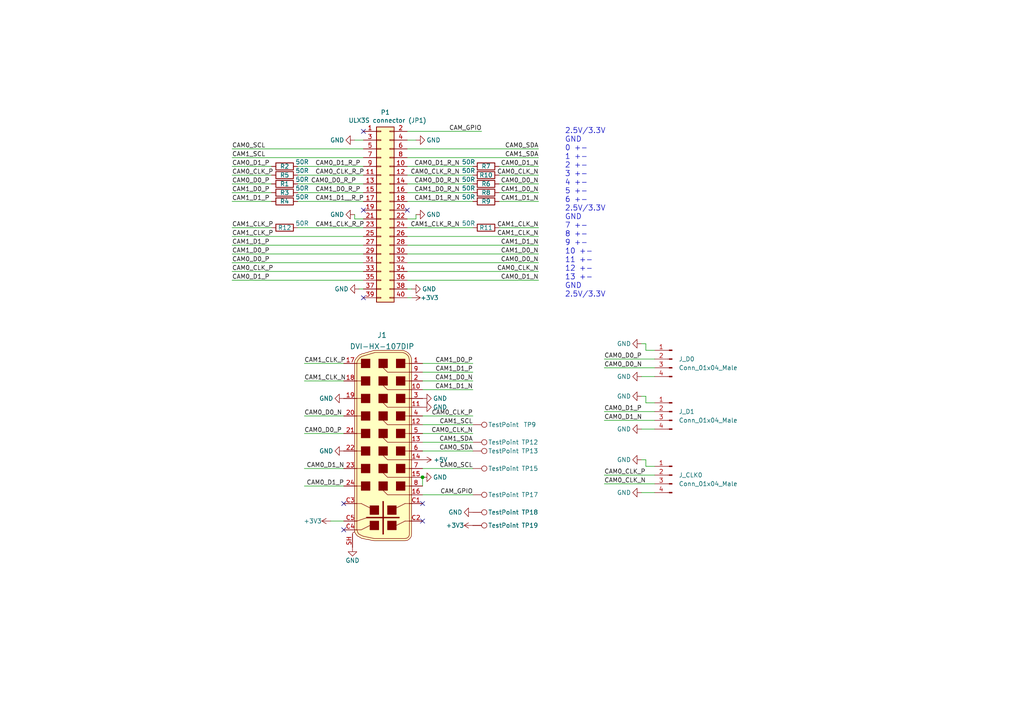
<source format=kicad_sch>
(kicad_sch (version 20211123) (generator eeschema)
  (paper "A4")
  (title_block (date "15 nov 2012"))
  (lib_symbols
    (symbol "Connector:Conn_01x04_Male" (pin_names (offset 1.016) hide)
      (property "Reference" "J" (at 0 5.08 0))
      (property "Value" "Conn_01x04_Male" (at 0 -7.62 0))
      (symbol "Conn_01x04_Male_1_1"
        (polyline (pts (xy 1.27 -5.08) (xy 0.8636 -5.08)) (stroke (width 0.1524)))
        (polyline (pts (xy 1.27 -2.54) (xy 0.8636 -2.54)) (stroke (width 0.1524)))
        (polyline (pts (xy 1.27 0) (xy 0.8636 0)) (stroke (width 0.1524)))
        (polyline (pts (xy 1.27 2.54) (xy 0.8636 2.54)) (stroke (width 0.1524)))
        (rectangle (start 0.8636 -4.953) (end 0 -5.207) (stroke (width 0.1524)) (fill (type outline)))
        (rectangle (start 0.8636 -2.413) (end 0 -2.667) (stroke (width 0.1524)) (fill (type outline)))
        (rectangle (start 0.8636 0.127) (end 0 -0.127) (stroke (width 0.1524)) (fill (type outline)))
        (rectangle (start 0.8636 2.667) (end 0 2.413) (stroke (width 0.1524)) (fill (type outline)))
        (pin passive line (at 5.08 2.54 180) (length 3.81) (name "Pin_1") (number "1"))
        (pin passive line (at 5.08 0 180) (length 3.81) (name "Pin_2") (number "2"))
        (pin passive line (at 5.08 -2.54 180) (length 3.81) (name "Pin_3") (number "3"))
        (pin passive line (at 5.08 -5.08 180) (length 3.81) (name "Pin_4") (number "4"))
      )
    )
    (symbol "Connector:TestPoint" (pin_numbers hide) (pin_names (offset 0.762) hide)
      (property "Reference" "TP" (at 0 6.858 0))
      (property "Value" "TestPoint" (at 0 5.08 0))
      (symbol "TestPoint_0_1"
        (circle (center 0 3.302) (radius 0.762))
      )
      (symbol "TestPoint_1_1"
        (pin passive line (at 0 0 90) (length 2.54) (name "1") (number "1"))
      )
    )
    (symbol "Connector_Generic:Conn_02x20_Odd_Even" (pin_names (offset 1.016) hide)
      (property "Reference" "J" (at 1.27 25.4 0))
      (property "Value" "Conn_02x20_Odd_Even" (at 1.27 -27.94 0))
      (symbol "Conn_02x20_Odd_Even_1_1"
        (rectangle (start -1.27 -25.273) (end 0 -25.527) (stroke (width 0.1524)))
        (rectangle (start -1.27 -22.733) (end 0 -22.987) (stroke (width 0.1524)))
        (rectangle (start -1.27 -20.193) (end 0 -20.447) (stroke (width 0.1524)))
        (rectangle (start -1.27 -17.653) (end 0 -17.907) (stroke (width 0.1524)))
        (rectangle (start -1.27 -15.113) (end 0 -15.367) (stroke (width 0.1524)))
        (rectangle (start -1.27 -12.573) (end 0 -12.827) (stroke (width 0.1524)))
        (rectangle (start -1.27 -10.033) (end 0 -10.287) (stroke (width 0.1524)))
        (rectangle (start -1.27 -7.493) (end 0 -7.747) (stroke (width 0.1524)))
        (rectangle (start -1.27 -4.953) (end 0 -5.207) (stroke (width 0.1524)))
        (rectangle (start -1.27 -2.413) (end 0 -2.667) (stroke (width 0.1524)))
        (rectangle (start -1.27 0.127) (end 0 -0.127) (stroke (width 0.1524)))
        (rectangle (start -1.27 2.667) (end 0 2.413) (stroke (width 0.1524)))
        (rectangle (start -1.27 5.207) (end 0 4.953) (stroke (width 0.1524)))
        (rectangle (start -1.27 7.747) (end 0 7.493) (stroke (width 0.1524)))
        (rectangle (start -1.27 10.287) (end 0 10.033) (stroke (width 0.1524)))
        (rectangle (start -1.27 12.827) (end 0 12.573) (stroke (width 0.1524)))
        (rectangle (start -1.27 15.367) (end 0 15.113) (stroke (width 0.1524)))
        (rectangle (start -1.27 17.907) (end 0 17.653) (stroke (width 0.1524)))
        (rectangle (start -1.27 20.447) (end 0 20.193) (stroke (width 0.1524)))
        (rectangle (start -1.27 22.987) (end 0 22.733) (stroke (width 0.1524)))
        (rectangle (start -1.27 24.13) (end 3.81 -26.67) (stroke (width 0.254)) (fill (type background)))
        (rectangle (start 3.81 -25.273) (end 2.54 -25.527) (stroke (width 0.1524)))
        (rectangle (start 3.81 -22.733) (end 2.54 -22.987) (stroke (width 0.1524)))
        (rectangle (start 3.81 -20.193) (end 2.54 -20.447) (stroke (width 0.1524)))
        (rectangle (start 3.81 -17.653) (end 2.54 -17.907) (stroke (width 0.1524)))
        (rectangle (start 3.81 -15.113) (end 2.54 -15.367) (stroke (width 0.1524)))
        (rectangle (start 3.81 -12.573) (end 2.54 -12.827) (stroke (width 0.1524)))
        (rectangle (start 3.81 -10.033) (end 2.54 -10.287) (stroke (width 0.1524)))
        (rectangle (start 3.81 -7.493) (end 2.54 -7.747) (stroke (width 0.1524)))
        (rectangle (start 3.81 -4.953) (end 2.54 -5.207) (stroke (width 0.1524)))
        (rectangle (start 3.81 -2.413) (end 2.54 -2.667) (stroke (width 0.1524)))
        (rectangle (start 3.81 0.127) (end 2.54 -0.127) (stroke (width 0.1524)))
        (rectangle (start 3.81 2.667) (end 2.54 2.413) (stroke (width 0.1524)))
        (rectangle (start 3.81 5.207) (end 2.54 4.953) (stroke (width 0.1524)))
        (rectangle (start 3.81 7.747) (end 2.54 7.493) (stroke (width 0.1524)))
        (rectangle (start 3.81 10.287) (end 2.54 10.033) (stroke (width 0.1524)))
        (rectangle (start 3.81 12.827) (end 2.54 12.573) (stroke (width 0.1524)))
        (rectangle (start 3.81 15.367) (end 2.54 15.113) (stroke (width 0.1524)))
        (rectangle (start 3.81 17.907) (end 2.54 17.653) (stroke (width 0.1524)))
        (rectangle (start 3.81 20.447) (end 2.54 20.193) (stroke (width 0.1524)))
        (rectangle (start 3.81 22.987) (end 2.54 22.733) (stroke (width 0.1524)))
        (pin passive line (at -5.08 22.86 0) (length 3.81) (name "Pin_1") (number "1"))
        (pin passive line (at 7.62 12.7 180) (length 3.81) (name "Pin_10") (number "10"))
        (pin passive line (at -5.08 10.16 0) (length 3.81) (name "Pin_11") (number "11"))
        (pin passive line (at 7.62 10.16 180) (length 3.81) (name "Pin_12") (number "12"))
        (pin passive line (at -5.08 7.62 0) (length 3.81) (name "Pin_13") (number "13"))
        (pin passive line (at 7.62 7.62 180) (length 3.81) (name "Pin_14") (number "14"))
        (pin passive line (at -5.08 5.08 0) (length 3.81) (name "Pin_15") (number "15"))
        (pin passive line (at 7.62 5.08 180) (length 3.81) (name "Pin_16") (number "16"))
        (pin passive line (at -5.08 2.54 0) (length 3.81) (name "Pin_17") (number "17"))
        (pin passive line (at 7.62 2.54 180) (length 3.81) (name "Pin_18") (number "18"))
        (pin passive line (at -5.08 0 0) (length 3.81) (name "Pin_19") (number "19"))
        (pin passive line (at 7.62 22.86 180) (length 3.81) (name "Pin_2") (number "2"))
        (pin passive line (at 7.62 0 180) (length 3.81) (name "Pin_20") (number "20"))
        (pin passive line (at -5.08 -2.54 0) (length 3.81) (name "Pin_21") (number "21"))
        (pin passive line (at 7.62 -2.54 180) (length 3.81) (name "Pin_22") (number "22"))
        (pin passive line (at -5.08 -5.08 0) (length 3.81) (name "Pin_23") (number "23"))
        (pin passive line (at 7.62 -5.08 180) (length 3.81) (name "Pin_24") (number "24"))
        (pin passive line (at -5.08 -7.62 0) (length 3.81) (name "Pin_25") (number "25"))
        (pin passive line (at 7.62 -7.62 180) (length 3.81) (name "Pin_26") (number "26"))
        (pin passive line (at -5.08 -10.16 0) (length 3.81) (name "Pin_27") (number "27"))
        (pin passive line (at 7.62 -10.16 180) (length 3.81) (name "Pin_28") (number "28"))
        (pin passive line (at -5.08 -12.7 0) (length 3.81) (name "Pin_29") (number "29"))
        (pin passive line (at -5.08 20.32 0) (length 3.81) (name "Pin_3") (number "3"))
        (pin passive line (at 7.62 -12.7 180) (length 3.81) (name "Pin_30") (number "30"))
        (pin passive line (at -5.08 -15.24 0) (length 3.81) (name "Pin_31") (number "31"))
        (pin passive line (at 7.62 -15.24 180) (length 3.81) (name "Pin_32") (number "32"))
        (pin passive line (at -5.08 -17.78 0) (length 3.81) (name "Pin_33") (number "33"))
        (pin passive line (at 7.62 -17.78 180) (length 3.81) (name "Pin_34") (number "34"))
        (pin passive line (at -5.08 -20.32 0) (length 3.81) (name "Pin_35") (number "35"))
        (pin passive line (at 7.62 -20.32 180) (length 3.81) (name "Pin_36") (number "36"))
        (pin passive line (at -5.08 -22.86 0) (length 3.81) (name "Pin_37") (number "37"))
        (pin passive line (at 7.62 -22.86 180) (length 3.81) (name "Pin_38") (number "38"))
        (pin passive line (at -5.08 -25.4 0) (length 3.81) (name "Pin_39") (number "39"))
        (pin passive line (at 7.62 20.32 180) (length 3.81) (name "Pin_4") (number "4"))
        (pin passive line (at 7.62 -25.4 180) (length 3.81) (name "Pin_40") (number "40"))
        (pin passive line (at -5.08 17.78 0) (length 3.81) (name "Pin_5") (number "5"))
        (pin passive line (at 7.62 17.78 180) (length 3.81) (name "Pin_6") (number "6"))
        (pin passive line (at -5.08 15.24 0) (length 3.81) (name "Pin_7") (number "7"))
        (pin passive line (at 7.62 15.24 180) (length 3.81) (name "Pin_8") (number "8"))
        (pin passive line (at -5.08 12.7 0) (length 3.81) (name "Pin_9") (number "9"))
      )
    )
    (symbol "Device:R" (pin_numbers hide) (pin_names (offset 0))
      (property "Reference" "R" (at 2.032 0 90))
      (property "Value" "R" (at 0 0 90))
      (symbol "R_0_1"
        (rectangle (start -1.016 -2.54) (end 1.016 2.54) (stroke (width 0.254)))
      )
      (symbol "R_1_1"
        (pin passive line (at 0 3.81 270) (length 1.27) (name "~") (number "1"))
        (pin passive line (at 0 -3.81 90) (length 1.27) (name "~") (number "2"))
      )
    )
    (symbol "dk_USB-DVI-HDMI-Connectors:74320-9010" (pin_names (offset 1.016))
      (property "Reference" "J" (at -8.255 27.305 0))
      (property "Value" "74320-9010" (at -2.54 -29.845 0))
      (symbol "74320-9010_0_1"
        (arc (start -9.525 -26.035) (mid -9.9792 -26.2158) (end -10.16 -26.67))
        (rectangle (start -5.08 -11.43) (end -7.62 -13.97) (fill (type outline)))
        (rectangle (start -5.08 -6.35) (end -7.62 -8.89) (fill (type outline)))
        (rectangle (start -5.08 -1.27) (end -7.62 -3.81) (fill (type outline)))
        (rectangle (start -5.08 3.81) (end -7.62 1.27) (fill (type outline)))
        (rectangle (start -5.08 8.89) (end -7.62 6.35) (fill (type outline)))
        (rectangle (start -5.08 13.97) (end -7.62 11.43) (fill (type outline)))
        (rectangle (start -5.08 19.05) (end -7.62 16.51) (fill (type outline)))
        (rectangle (start -5.08 24.13) (end -7.62 21.59) (fill (type outline)))
        (rectangle (start -2.54 -22.86) (end -5.08 -25.4) (fill (type outline)))
        (rectangle (start -2.54 -18.415) (end -5.08 -20.955) (fill (type outline)))
        (rectangle (start -1.397 -17.145) (end -1.143 -26.67) (fill (type outline)))
        (rectangle (start 0 -11.43) (end -2.54 -13.97) (fill (type outline)))
        (rectangle (start 0 -6.35) (end -2.54 -8.89) (fill (type outline)))
        (rectangle (start 0 -1.27) (end -2.54 -3.81) (fill (type outline)))
        (polyline (pts (xy -8.89 -22.86) (xy -5.842 -21.844)))
        (polyline (pts (xy -7.62 -25.4) (xy -8.89 -25.4)))
        (polyline (pts (xy -7.62 -25.4) (xy -5.08 -24.13)))
        (polyline (pts (xy -7.62 -17.78) (xy -8.89 -17.78)))
        (polyline (pts (xy -7.62 -17.78) (xy -5.08 -19.05)))
        (polyline (pts (xy -7.62 -12.7) (xy -8.89 -12.7)))
        (polyline (pts (xy -7.62 -7.62) (xy -8.89 -7.62)))
        (polyline (pts (xy -7.62 -2.54) (xy -8.89 -2.54)))
        (polyline (pts (xy -7.62 2.54) (xy -8.89 2.54)))
        (polyline (pts (xy -7.62 7.62) (xy -8.89 7.62)))
        (polyline (pts (xy -7.62 12.7) (xy -8.89 12.7)))
        (polyline (pts (xy -7.62 17.78) (xy -8.89 17.78)))
        (polyline (pts (xy -7.62 22.86) (xy -8.89 22.86)))
        (polyline (pts (xy 5.08 -22.86) (xy 2.54 -24.13)))
        (polyline (pts (xy 5.08 -17.78) (xy 2.54 -19.05)))
        (polyline (pts (xy 5.08 22.86) (xy 5.08 22.86)))
        (polyline (pts (xy 6.35 -22.86) (xy 5.08 -22.86)))
        (polyline (pts (xy 6.35 -17.78) (xy 5.08 -17.78)))
        (polyline (pts (xy 6.35 -15.24) (xy 5.08 -15.24)))
        (polyline (pts (xy 6.35 -12.7) (xy 5.08 -12.7)))
        (polyline (pts (xy 6.35 -10.16) (xy 5.08 -10.16)))
        (polyline (pts (xy 6.35 -7.62) (xy 5.08 -7.62)))
        (polyline (pts (xy 6.35 -5.08) (xy 5.08 -5.08)))
        (polyline (pts (xy 6.35 -2.54) (xy 5.08 -2.54)))
        (polyline (pts (xy 6.35 0) (xy 5.08 0)))
        (polyline (pts (xy 6.35 2.54) (xy 5.08 2.54)))
        (polyline (pts (xy 6.35 5.08) (xy 5.08 5.08)))
        (polyline (pts (xy 6.35 7.62) (xy 5.08 7.62)))
        (polyline (pts (xy 6.35 10.16) (xy 5.08 10.16)))
        (polyline (pts (xy 6.35 12.7) (xy 5.08 12.7)))
        (polyline (pts (xy 6.35 15.24) (xy 5.08 15.24)))
        (polyline (pts (xy 6.35 17.78) (xy 5.08 17.78)))
        (polyline (pts (xy 6.35 20.32) (xy 5.08 20.32)))
        (polyline (pts (xy 6.35 22.86) (xy 5.08 22.86)))
        (polyline (pts (xy -1.27 -13.97) (xy 0 -15.24) (xy 5.08 -15.24)))
        (polyline (pts (xy -1.27 -8.89) (xy 0 -10.16) (xy 5.08 -10.16)))
        (polyline (pts (xy -1.27 -3.81) (xy 0 -5.08) (xy 5.08 -5.08)))
        (polyline (pts (xy -1.27 1.27) (xy 0 0) (xy 5.08 0)))
        (polyline (pts (xy -1.27 6.35) (xy 0 5.08) (xy 5.08 5.08)))
        (polyline (pts (xy -1.27 11.43) (xy 0 10.16) (xy 5.08 10.16)))
        (polyline (pts (xy -1.27 16.51) (xy 0 15.24) (xy 5.08 15.24)))
        (polyline (pts (xy -1.27 21.59) (xy 0 20.32) (xy 5.08 20.32)))
        (polyline (pts (xy 6.985 -26.67) (xy 6.985 24.13) (xy 6.6802 25.0952) (xy 6.1214 25.8064) (xy 5.4102 26.3144) (xy 4.445 26.67) (xy -3.7338 26.67) (xy -5.1054 26.289) (xy -7.5946 25.5778) (xy -8.3058 25.2222) (xy -8.8646 24.6126) (xy -9.2456 24.1046) (xy -9.4234 23.8506) (xy -9.525 23.495) (xy -9.525 -26.035) (xy -9.2964 -26.4922) (xy -8.763 -27.1526) (xy -7.4422 -27.8892) (xy -3.81 -28.575) (xy 5.08 -28.575) (xy 5.9182 -28.3718) (xy 6.5024 -27.9146) (xy 6.858 -27.3812) (xy 6.985 -26.67)) (fill (type background)))
        (polyline (pts (xy -8.89 22.86) (xy -8.8646 23.1648) (xy -8.763 23.5204) (xy -8.5852 23.7998) (xy -8.3058 24.1554) (xy -8.128 24.384) (xy -8.001 24.511) (xy -7.493 24.892) (xy -6.223 25.273) (xy -3.6068 26.035) (xy 0.635 26.035) (xy 4.445 26.035) (xy 5.1816 25.7556) (xy 5.6642 25.3746) (xy 5.8674 25.146) (xy 6.096 24.9174) (xy 6.1722 24.638) (xy 6.223 24.4094) (xy 6.2992 24.1046) (xy 6.35 23.495) (xy 6.35 -26.67) (xy 6.35 -26.8732) (xy 6.2484 -27.1272) (xy 6.0706 -27.4574) (xy 5.8928 -27.6352) (xy 5.6134 -27.813) (xy 5.3594 -27.8892) (xy 5.207 -27.8892) (xy 5.08 -27.94) (xy -3.81 -27.94) (xy -6.858 -27.305) (xy -7.239 -27.178) (xy -7.747 -26.924) (xy -8.001 -26.797) (xy -8.255 -26.67) (xy -8.382 -26.543) (xy -8.636 -26.162) (xy -8.6106 -26.2128) (xy -8.6868 -25.9842) (xy -8.763 -25.7556) (xy -8.8392 -25.5016) (xy -8.89 -25.4) (xy -8.89 22.86)) (fill (type background)))
        (rectangle (start 0 3.81) (end -2.54 1.27) (fill (type outline)))
        (rectangle (start 0 8.89) (end -2.54 6.35) (fill (type outline)))
        (rectangle (start 0 13.97) (end -2.54 11.43) (fill (type outline)))
        (rectangle (start 0 19.05) (end -2.54 16.51) (fill (type outline)))
        (rectangle (start 0 24.13) (end -2.54 21.59) (fill (type outline)))
        (rectangle (start 2.54 -22.86) (end 0 -25.4) (fill (type outline)))
        (rectangle (start 2.54 -18.415) (end 0 -20.955) (fill (type outline)))
        (rectangle (start 5.08 -11.43) (end 2.54 -13.97) (fill (type outline)))
        (rectangle (start 5.08 -6.35) (end 2.54 -8.89) (fill (type outline)))
        (rectangle (start 5.08 -1.27) (end 2.54 -3.81) (fill (type outline)))
        (rectangle (start 5.08 3.81) (end 2.54 1.27) (fill (type outline)))
        (rectangle (start 5.08 8.89) (end 2.54 6.35) (fill (type outline)))
        (rectangle (start 5.08 13.97) (end 2.54 11.43) (fill (type outline)))
        (rectangle (start 5.08 19.05) (end 2.54 16.51) (fill (type outline)))
        (rectangle (start 5.08 24.13) (end 2.54 21.59) (fill (type outline)))
      )
      (symbol "74320-9010_1_1"
        (rectangle (start -6.096 -21.971) (end 3.429 -21.717) (fill (type outline)))
        (pin passive line (at 10.16 22.86 180) (length 3.81) (name "~") (number "1"))
        (pin passive line (at 10.16 15.24 180) (length 3.81) (name "~") (number "10"))
        (pin passive line (at 10.16 10.16 180) (length 3.81) (name "~") (number "11"))
        (pin passive line (at 10.16 5.08 180) (length 3.81) (name "~") (number "12"))
        (pin passive line (at 10.16 0 180) (length 3.81) (name "~") (number "13"))
        (pin passive line (at 10.16 -5.08 180) (length 3.81) (name "~") (number "14"))
        (pin passive line (at 10.16 -10.16 180) (length 3.81) (name "~") (number "15"))
        (pin passive line (at 10.16 -15.24 180) (length 3.81) (name "~") (number "16"))
        (pin passive line (at -12.7 22.86 0) (length 3.81) (name "~") (number "17"))
        (pin passive line (at -12.7 17.78 0) (length 3.81) (name "~") (number "18"))
        (pin passive line (at -12.7 12.7 0) (length 3.81) (name "~") (number "19"))
        (pin passive line (at 10.16 17.78 180) (length 3.81) (name "~") (number "2"))
        (pin passive line (at -12.7 7.62 0) (length 3.81) (name "~") (number "20"))
        (pin passive line (at -12.7 2.54 0) (length 3.81) (name "~") (number "21"))
        (pin passive line (at -12.7 -2.54 0) (length 3.81) (name "~") (number "22"))
        (pin passive line (at -12.7 -7.62 0) (length 3.81) (name "~") (number "23"))
        (pin passive line (at -12.7 -12.7 0) (length 3.81) (name "~") (number "24"))
        (pin passive line (at 10.16 12.7 180) (length 3.81) (name "~") (number "3"))
        (pin passive line (at 10.16 7.62 180) (length 3.81) (name "~") (number "4"))
        (pin passive line (at 10.16 2.54 180) (length 3.81) (name "~") (number "5"))
        (pin passive line (at 10.16 -2.54 180) (length 3.81) (name "~") (number "6"))
        (pin passive line (at 10.16 -7.62 180) (length 3.81) (name "~") (number "7"))
        (pin passive line (at 10.16 -12.7 180) (length 3.81) (name "~") (number "8"))
        (pin passive line (at 10.16 20.32 180) (length 3.81) (name "~") (number "9"))
        (pin passive line (at 10.16 -17.78 180) (length 3.81) (name "~") (number "C1"))
        (pin passive line (at 10.16 -22.86 180) (length 3.81) (name "~") (number "C2"))
        (pin passive line (at -12.7 -17.78 0) (length 3.81) (name "~") (number "C3"))
        (pin passive line (at -12.7 -25.4 0) (length 3.81) (name "~") (number "C4"))
        (pin passive line (at -12.7 -22.86 0) (length 3.81) (name "~") (number "C5"))
        (pin passive line (at -10.16 -30.48 90) (length 3.81) (name "~") (number "SH"))
      )
    )
    (symbol "power:+3V3" (power) (pin_names (offset 0))
      (property "Value" "+3V3" (at 0 3.556 0))
      (symbol "+3V3_0_1"
        (polyline (pts (xy -0.762 1.27) (xy 0 2.54)))
        (polyline (pts (xy 0 0) (xy 0 2.54)))
        (polyline (pts (xy 0 2.54) (xy 0.762 1.27)))
      )
      (symbol "+3V3_1_1"
        (pin power_in line (at 0 0 90) (length 0) hide (name "+3V3") (number "1"))
      )
    )
    (symbol "power:+5V" (power) (pin_names (offset 0))
      (property "Value" "+5V" (at 0 3.556 0))
      (symbol "+5V_0_1"
        (polyline (pts (xy -0.762 1.27) (xy 0 2.54)))
        (polyline (pts (xy 0 0) (xy 0 2.54)))
        (polyline (pts (xy 0 2.54) (xy 0.762 1.27)))
      )
      (symbol "+5V_1_1"
        (pin power_in line (at 0 0 90) (length 0) hide (name "+5V") (number "1"))
      )
    )
    (symbol "power:GND" (power) (pin_names (offset 0))
      (property "Value" "GND" (at 0 -3.81 0))
      (symbol "GND_0_1"
        (polyline (pts (xy 0 0) (xy 0 -1.27) (xy 1.27 -1.27) (xy 0 -2.54) (xy -1.27 -1.27) (xy 0 -1.27)))
      )
      (symbol "GND_1_1"
        (pin power_in line (at 0 0 270) (length 0) hide (name "GND") (number "1"))
      )
    )
  )
  (junction (at 122.555 138.43))
  (no_connect (at 105.41 38.1))
  (no_connect (at 105.41 86.36))
  (no_connect (at 122.555 151.13))
  (no_connect (at 122.555 146.05))
  (no_connect (at 99.695 146.05))
  (no_connect (at 99.695 153.67))
  (no_connect (at 105.41 60.96))
  (no_connect (at 118.11 60.96))
  (wire (pts (xy 67.31 68.58) (xy 105.41 68.58)))
  (wire (pts (xy 122.555 110.49) (xy 137.16 110.49)))
  (wire (pts (xy 67.31 43.18) (xy 105.41 43.18)))
  (wire (pts (xy 102.87 62.23) (xy 102.87 63.5)))
  (wire (pts (xy 105.41 40.64) (xy 102.87 40.64)))
  (wire (pts (xy 122.555 105.41) (xy 137.16 105.41)))
  (wire (pts (xy 144.78 58.42) (xy 156.21 58.42)))
  (wire (pts (xy 122.555 107.95) (xy 137.16 107.95)))
  (wire (pts (xy 86.36 58.42) (xy 105.41 58.42)))
  (wire (pts (xy 186.055 142.875) (xy 189.865 142.875)))
  (wire (pts (xy 86.36 66.04) (xy 105.41 66.04)))
  (wire (pts (xy 118.11 55.88) (xy 137.16 55.88)))
  (wire (pts (xy 118.11 43.18) (xy 156.21 43.18)))
  (wire (pts (xy 122.555 113.03) (xy 137.16 113.03)))
  (wire (pts (xy 187.325 133.35) (xy 187.325 135.255)))
  (wire (pts (xy 186.055 114.935) (xy 187.325 114.935)))
  (wire (pts (xy 86.36 53.34) (xy 105.41 53.34)))
  (wire (pts (xy 118.11 76.2) (xy 156.21 76.2)))
  (wire (pts (xy 144.78 53.34) (xy 156.21 53.34)))
  (wire (pts (xy 118.11 45.72) (xy 156.21 45.72)))
  (wire (pts (xy 118.11 78.74) (xy 156.21 78.74)))
  (wire (pts (xy 144.78 66.04) (xy 156.21 66.04)))
  (wire (pts (xy 189.865 106.68) (xy 175.26 106.68)))
  (wire (pts (xy 67.31 81.28) (xy 105.41 81.28)))
  (wire (pts (xy 105.41 63.5) (xy 102.87 63.5)))
  (wire (pts (xy 86.36 48.26) (xy 105.41 48.26)))
  (wire (pts (xy 88.265 135.89) (xy 99.695 135.89)))
  (wire (pts (xy 67.31 78.74) (xy 105.41 78.74)))
  (wire (pts (xy 186.055 99.695) (xy 187.325 99.695)))
  (wire (pts (xy 118.11 66.04) (xy 137.16 66.04)))
  (wire (pts (xy 67.31 71.12) (xy 105.41 71.12)))
  (wire (pts (xy 186.055 133.35) (xy 187.325 133.35)))
  (wire (pts (xy 118.11 53.34) (xy 137.16 53.34)))
  (wire (pts (xy 118.11 48.26) (xy 137.16 48.26)))
  (wire (pts (xy 67.31 66.04) (xy 78.74 66.04)))
  (wire (pts (xy 67.31 73.66) (xy 105.41 73.66)))
  (wire (pts (xy 187.325 101.6) (xy 189.865 101.6)))
  (wire (pts (xy 67.31 55.88) (xy 78.74 55.88)))
  (wire (pts (xy 144.78 48.26) (xy 156.21 48.26)))
  (wire (pts (xy 118.11 86.36) (xy 119.38 86.36)))
  (wire (pts (xy 67.31 58.42) (xy 78.74 58.42)))
  (wire (pts (xy 122.555 130.81) (xy 137.16 130.81)))
  (wire (pts (xy 189.865 119.38) (xy 175.26 119.38)))
  (wire (pts (xy 78.74 50.8) (xy 67.31 50.8)))
  (wire (pts (xy 86.36 55.88) (xy 105.41 55.88)))
  (wire (pts (xy 122.555 143.51) (xy 137.16 143.51)))
  (wire (pts (xy 189.865 104.14) (xy 175.26 104.14)))
  (wire (pts (xy 189.865 121.92) (xy 175.26 121.92)))
  (wire (pts (xy 120.65 62.23) (xy 120.65 63.5)))
  (wire (pts (xy 144.78 55.88) (xy 156.21 55.88)))
  (wire (pts (xy 86.36 50.8) (xy 105.41 50.8)))
  (wire (pts (xy 187.325 114.935) (xy 187.325 116.84)))
  (wire (pts (xy 122.555 120.65) (xy 137.16 120.65)))
  (wire (pts (xy 88.265 110.49) (xy 99.695 110.49)))
  (wire (pts (xy 122.555 128.27) (xy 137.16 128.27)))
  (wire (pts (xy 67.31 53.34) (xy 78.74 53.34)))
  (wire (pts (xy 118.11 50.8) (xy 137.16 50.8)))
  (wire (pts (xy 118.11 81.28) (xy 156.21 81.28)))
  (wire (pts (xy 120.65 40.64) (xy 118.11 40.64)))
  (wire (pts (xy 67.31 45.72) (xy 105.41 45.72)))
  (wire (pts (xy 88.265 140.97) (xy 99.695 140.97)))
  (wire (pts (xy 118.11 68.58) (xy 156.21 68.58)))
  (wire (pts (xy 78.74 48.26) (xy 67.31 48.26)))
  (wire (pts (xy 118.11 38.1) (xy 139.7 38.1)))
  (wire (pts (xy 95.885 151.13) (xy 99.695 151.13)))
  (wire (pts (xy 187.325 99.695) (xy 187.325 101.6)))
  (wire (pts (xy 104.14 83.82) (xy 105.41 83.82)))
  (wire (pts (xy 122.555 123.19) (xy 137.16 123.19)))
  (wire (pts (xy 118.11 58.42) (xy 137.16 58.42)))
  (wire (pts (xy 67.31 76.2) (xy 105.41 76.2)))
  (wire (pts (xy 187.325 116.84) (xy 189.865 116.84)))
  (wire (pts (xy 189.865 137.795) (xy 175.26 137.795)))
  (wire (pts (xy 118.11 63.5) (xy 120.65 63.5)))
  (wire (pts (xy 186.055 109.22) (xy 189.865 109.22)))
  (wire (pts (xy 88.265 125.73) (xy 99.695 125.73)))
  (wire (pts (xy 186.055 124.46) (xy 189.865 124.46)))
  (wire (pts (xy 118.11 71.12) (xy 156.21 71.12)))
  (wire (pts (xy 122.555 125.73) (xy 137.16 125.73)))
  (wire (pts (xy 187.325 135.255) (xy 189.865 135.255)))
  (wire (pts (xy 122.555 138.43) (xy 122.555 140.97)))
  (wire (pts (xy 88.265 105.41) (xy 99.695 105.41)))
  (wire (pts (xy 122.555 135.89) (xy 137.16 135.89)))
  (wire (pts (xy 144.78 50.8) (xy 156.21 50.8)))
  (wire (pts (xy 118.11 73.66) (xy 156.21 73.66)))
  (wire (pts (xy 118.11 83.82) (xy 119.38 83.82)))
  (wire (pts (xy 189.865 140.335) (xy 175.26 140.335)))
  (wire (pts (xy 88.265 120.65) (xy 99.695 120.65)))
  (text "2.5V/3.3V\nGND\n0 +-\n1 +-\n2 +-\n3 +-\n4 +-\n5 +-\n6 +-\n2.5V/3.3V\nGND\n7 +-\n8 +-\n9 +-\n10 +-\n11 +-\n12 +-\n13 +-\nGND\n2.5V/3.3V\n" (at 163.83 86.36 0) (effects (font (size 1.55 1.55)) (justify left bottom)))
  (label "CAM1_CLK_N" (at 156.21 68.58 180))
  (label "CAM0_CLK_R_N" (at 133.35 50.8 180))
  (label "CAM1_D0_P" (at 67.31 73.66 0))
  (label "CAM1_SCL" (at 137.16 123.19 180))
  (label "CAM1_D1_P" (at 137.16 107.95 180))
  (label "CAM1_D0_P" (at 137.16 105.41 180))
  (label "CAM0_D1_P" (at 175.26 119.38 0))
  (label "CAM1_D1_P" (at 67.31 58.42 0))
  (label "CAM0_SDA" (at 137.16 130.81 180))
  (label "CAM0_D1_R_P" (at 91.44 48.26 0))
  (label "CAM0_D0_P" (at 88.265 125.73 0))
  (label "CAM0_SCL" (at 67.31 43.18 0))
  (label "CAM0_D1_P" (at 67.31 81.28 0))
  (label "CAM1_CLK_P" (at 67.31 68.58 0))
  (label "CAM0_CLK_N" (at 175.26 140.335 0))
  (label "CAM0_CLK_P" (at 175.26 137.795 0))
  (label "CAM_GPIO" (at 139.7 38.1 180))
  (label "CAM0_D1_P" (at 88.9 140.97 0))
  (label "CAM0_D0_P" (at 67.31 76.2 0))
  (label "CAM0_CLK_P" (at 67.31 50.8 0))
  (label "CAM0_D1_P" (at 67.31 48.26 0))
  (label "CAM0_SCL" (at 137.16 135.89 180))
  (label "CAM1_D1_N" (at 156.21 71.12 180))
  (label "CAM1_CLK_P" (at 67.31 66.04 0))
  (label "CAM1_D1_N" (at 137.16 113.03 180))
  (label "CAM0_CLK_P" (at 137.16 120.65 180))
  (label "CAM0_D0_N" (at 156.21 76.2 180))
  (label "CAM1_CLK_N" (at 88.265 110.49 0))
  (label "CAM0_CLK_N" (at 156.21 78.74 180))
  (label "CAM1_CLK_P" (at 88.265 105.41 0))
  (label "CAM0_D0_R_N" (at 133.35 53.34 180))
  (label "CAM1_SCL" (at 67.31 45.72 0))
  (label "CAM1_SDA" (at 137.16 128.27 180))
  (label "CAM0_CLK_P" (at 67.31 78.74 0))
  (label "CAM0_CLK_R_P" (at 91.44 50.8 0))
  (label "CAM1_D0_N" (at 156.21 55.88 180))
  (label "CAM1_D0_R_N" (at 133.35 55.88 180))
  (label "CAM1_D1_P" (at 67.31 71.12 0))
  (label "CAM0_D1_N" (at 156.21 48.26 180))
  (label "CAM0_D1_R_N" (at 133.35 48.26 180))
  (label "CAM1_CLK_R_N" (at 133.35 66.04 180))
  (label "CAM1_D0_N" (at 137.16 110.49 180))
  (label "CAM0_D0_N" (at 175.26 106.68 0))
  (label "CAM1_D0_N" (at 156.21 73.66 180))
  (label "CAM0_D1_N" (at 156.21 81.28 180))
  (label "CAM0_D1_N" (at 88.9 135.89 0))
  (label "CAM1_D1_R_N" (at 133.35 58.42 180))
  (label "CAM1_D1__R_P" (at 91.44 58.42 0))
  (label "CAM0_CLK_N" (at 137.16 125.73 180))
  (label "CAM0_D0_N" (at 88.265 120.65 0))
  (label "CAM_GPIO" (at 137.16 143.51 180))
  (label "CAM0_SDA" (at 156.21 43.18 180))
  (label "CAM0_D0_N" (at 156.21 53.34 180))
  (label "CAM1_CLK_N" (at 156.21 66.04 180))
  (label "CAM1_SDA" (at 156.21 45.72 180))
  (label "CAM0_D0_P" (at 175.26 104.14 0))
  (label "CAM0_D1_N" (at 175.26 121.92 0))
  (label "CAM1_D1_N" (at 156.21 58.42 180))
  (label "CAM0_D0_P" (at 67.31 53.34 0))
  (label "CAM1_D0_P" (at 67.31 55.88 0))
  (label "CAM1_CLK_R_P" (at 91.44 66.04 0))
  (label "CAM1_D0_R_P" (at 91.44 55.88 0))
  (label "CAM0_CLK_N" (at 156.21 50.8 180))
  (label "CAM0_D0_R_P" (at 90.17 53.34 0))
  (symbol (lib_id "Connector_Generic:Conn_02x20_Odd_Even") (at 110.49 60.96 0) (unit 1)
    (property "Reference" "P1" (at 111.76 32.5882 0))
    (property "Value" "ULX3S connector (JP1)" (at 112.395 34.925 0))
    (property "Footprint" "Connector_PinSocket_2.54mm:PinSocket_2x20_P2.54mm_Vertical" (effects hide))
  )
  (symbol (lib_id "Device:R") (at 82.55 50.8 90) (unit 1)
    (property "Reference" "R5" (at 82.55 50.8 90))
    (property "Value" "50R" (at 87.63 49.53 90))
    (property "Footprint" "Resistor_SMD:R_0805_2012Metric" (effects hide))
  )
  (symbol (lib_id "power:GND") (at 186.055 99.695 270) (unit 1)
    (property "Reference" "#PWR0109" (effects hide))
    (property "Value" "GND" (at 180.975 99.695 90))
  )
  (symbol (lib_id "Device:R") (at 82.55 55.88 90) (unit 1)
    (property "Reference" "R3" (at 82.55 55.88 90))
    (property "Value" "50R" (at 87.63 54.61 90))
    (property "Footprint" "Resistor_SMD:R_0805_2012Metric" (effects hide))
  )
  (symbol (lib_id "Device:R") (at 140.97 48.26 90) (unit 1)
    (property "Reference" "R7" (at 140.97 48.26 90))
    (property "Value" "50R" (at 135.89 46.99 90))
    (property "Footprint" "Resistor_SMD:R_0805_2012Metric" (effects hide))
  )
  (symbol (lib_id "power:GND") (at 122.555 118.11 90) (mirror x) (unit 1)
    (property "Reference" "#PWR0113" (effects hide))
    (property "Value" "GND" (at 127.635 118.11 90))
  )
  (symbol (lib_id "Connector:TestPoint") (at 137.16 143.51 270) (unit 1)
    (property "Reference" "TP17" (at 153.67 143.51 90))
    (property "Value" "TestPoint" (at 146.05 143.51 90))
    (property "Footprint" "TestPoint:TestPoint_Pad_D1.5mm" (effects hide))
  )
  (symbol (lib_id "Connector:TestPoint") (at 137.16 130.81 270) (unit 1)
    (property "Reference" "TP13" (at 153.67 130.81 90))
    (property "Value" "TestPoint" (at 146.05 130.81 90))
    (property "Footprint" "TestPoint:TestPoint_Pad_D1.5mm" (effects hide))
  )
  (symbol (lib_id "power:GND") (at 102.235 158.75 0) (mirror y) (unit 1)
    (property "Reference" "#PWR0117" (effects hide))
    (property "Value" "GND" (at 102.235 162.56 0))
  )
  (symbol (lib_id "Connector:TestPoint") (at 137.16 152.4 270) (unit 1)
    (property "Reference" "TP19" (at 153.67 152.4 90))
    (property "Value" "TestPoint" (at 146.05 152.4 90))
    (property "Footprint" "TestPoint:TestPoint_Pad_D1.5mm" (effects hide))
  )
  (symbol (lib_id "Device:R") (at 140.97 66.04 90) (unit 1)
    (property "Reference" "R11" (at 140.97 66.04 90))
    (property "Value" "50R" (at 135.89 64.77 90))
    (property "Footprint" "Resistor_SMD:R_0805_2012Metric" (effects hide))
  )
  (symbol (lib_id "power:GND") (at 186.055 109.22 270) (unit 1)
    (property "Reference" "#PWR0114" (effects hide))
    (property "Value" "GND" (at 180.975 109.22 90))
  )
  (symbol (lib_id "Connector:Conn_01x04_Male") (at 194.945 137.795 0) (mirror y) (unit 1)
    (property "Reference" "J_CLK0" (at 196.85 137.7949 0) (effects (justify right)))
    (property "Value" "Conn_01x04_Male" (at 196.85 140.3349 0) (effects (justify right)))
    (property "Footprint" "Connector_PinHeader_1.27mm:PinHeader_1x04_P1.27mm_Vertical" (effects hide))
  )
  (symbol (lib_id "Connector:TestPoint") (at 137.16 148.59 270) (unit 1)
    (property "Reference" "TP18" (at 153.67 148.59 90))
    (property "Value" "TestPoint" (at 146.05 148.59 90))
    (property "Footprint" "TestPoint:TestPoint_Pad_D1.5mm" (effects hide))
  )
  (symbol (lib_id "power:GND") (at 120.65 62.23 90) (unit 1)
    (property "Reference" "#PWR0107" (effects hide))
    (property "Value" "GND" (at 125.73 62.23 90))
  )
  (symbol (lib_id "Device:R") (at 140.97 53.34 90) (unit 1)
    (property "Reference" "R6" (at 140.97 53.34 90))
    (property "Value" "50R" (at 135.89 52.07 90))
    (property "Footprint" "Resistor_SMD:R_0805_2012Metric" (effects hide))
  )
  (symbol (lib_id "Device:R") (at 82.55 66.04 90) (unit 1)
    (property "Reference" "R12" (at 82.55 66.04 90))
    (property "Value" "50R" (at 87.63 64.77 90))
    (property "Footprint" "Resistor_SMD:R_0805_2012Metric" (effects hide))
  )
  (symbol (lib_id "Connector:TestPoint") (at 137.16 123.19 270) (unit 1)
    (property "Reference" "TP9" (at 153.67 123.19 90))
    (property "Value" "TestPoint" (at 146.05 123.19 90))
    (property "Footprint" "TestPoint:TestPoint_Pad_D1.5mm" (effects hide))
  )
  (symbol (lib_id "Device:R") (at 140.97 50.8 90) (unit 1)
    (property "Reference" "R10" (at 140.97 50.8 90))
    (property "Value" "50R" (at 135.89 49.53 90))
    (property "Footprint" "Resistor_SMD:R_0805_2012Metric" (effects hide))
  )
  (symbol (lib_id "Device:R") (at 140.97 58.42 90) (unit 1)
    (property "Reference" "R9" (at 140.97 58.42 90))
    (property "Value" "50R" (at 135.89 57.15 90))
    (property "Footprint" "Resistor_SMD:R_0805_2012Metric" (effects hide))
  )
  (symbol (lib_id "power:GND") (at 122.555 138.43 90) (mirror x) (unit 1)
    (property "Reference" "#PWR0119" (effects hide))
    (property "Value" "GND" (at 127.635 138.43 90))
  )
  (symbol (lib_id "power:+5V") (at 122.555 133.35 270) (unit 1)
    (property "Reference" "#PWR0120" (effects hide))
    (property "Value" "+5V" (at 125.73 133.35 90) (effects (justify left)))
  )
  (symbol (lib_id "power:GND") (at 137.16 148.59 270) (mirror x) (unit 1)
    (property "Reference" "#PWR01" (effects hide))
    (property "Value" "GND" (at 132.08 148.59 90))
  )
  (symbol (lib_id "power:GND") (at 186.055 114.935 270) (unit 1)
    (property "Reference" "#PWR0110" (effects hide))
    (property "Value" "GND" (at 180.975 114.935 90))
  )
  (symbol (lib_id "Device:R") (at 82.55 48.26 90) (unit 1)
    (property "Reference" "R2" (at 82.55 48.26 90))
    (property "Value" "50R" (at 87.63 46.99 90))
    (property "Footprint" "Resistor_SMD:R_0805_2012Metric" (effects hide))
  )
  (symbol (lib_id "power:GND") (at 102.87 40.64 270) (unit 1)
    (property "Reference" "#PWR0102" (effects hide))
    (property "Value" "GND" (at 97.79 40.64 90))
  )
  (symbol (lib_id "power:GND") (at 186.055 133.35 270) (unit 1)
    (property "Reference" "#PWR0111" (effects hide))
    (property "Value" "GND" (at 180.975 133.35 90))
  )
  (symbol (lib_id "Device:R") (at 140.97 55.88 90) (unit 1)
    (property "Reference" "R8" (at 140.97 55.88 90))
    (property "Value" "50R" (at 135.89 54.61 90))
    (property "Footprint" "Resistor_SMD:R_0805_2012Metric" (effects hide))
  )
  (symbol (lib_id "power:+3V3") (at 137.16 152.4 90) (unit 1)
    (property "Reference" "#PWR02" (effects hide))
    (property "Value" "+3V3" (at 134.62 152.4 90) (effects (justify left)))
  )
  (symbol (lib_id "Connector:TestPoint") (at 137.16 135.89 270) (unit 1)
    (property "Reference" "TP15" (at 153.67 135.89 90))
    (property "Value" "TestPoint" (at 146.05 135.89 90))
    (property "Footprint" "TestPoint:TestPoint_Pad_D1.5mm" (effects hide))
  )
  (symbol (lib_id "power:GND") (at 122.555 115.57 90) (mirror x) (unit 1)
    (property "Reference" "#PWR0121" (effects hide))
    (property "Value" "GND" (at 127.635 115.57 90))
  )
  (symbol (lib_id "Connector:Conn_01x04_Male") (at 194.945 104.14 0) (mirror y) (unit 1)
    (property "Reference" "J_D0" (at 196.85 104.1399 0) (effects (justify right)))
    (property "Value" "Conn_01x04_Male" (at 196.85 106.6799 0) (effects (justify right)))
    (property "Footprint" "Connector_PinHeader_1.27mm:PinHeader_1x04_P1.27mm_Vertical" (effects hide))
  )
  (symbol (lib_id "power:GND") (at 119.38 83.82 90) (unit 1)
    (property "Reference" "#PWR0105" (effects hide))
    (property "Value" "GND" (at 124.46 83.82 90))
  )
  (symbol (lib_id "power:GND") (at 99.695 115.57 270) (mirror x) (unit 1)
    (property "Reference" "#PWR0116" (effects hide))
    (property "Value" "GND" (at 94.615 115.57 90))
  )
  (symbol (lib_id "power:GND") (at 102.87 62.23 270) (unit 1)
    (property "Reference" "#PWR0103" (effects hide))
    (property "Value" "GND" (at 97.79 62.23 90))
  )
  (symbol (lib_id "power:GND") (at 99.695 130.81 270) (mirror x) (unit 1)
    (property "Reference" "#PWR0118" (effects hide))
    (property "Value" "GND" (at 94.615 130.81 90))
  )
  (symbol (lib_id "dk_USB-DVI-HDMI-Connectors:74320-9010") (at 112.395 128.27 0) (unit 1)
    (property "Reference" "J1" (at 110.8075 97.1961 0) (effects (font (size 1.524 1.524))))
    (property "Value" "DVI-HX-107DIP" (at 110.8075 100.4751 0) (effects (font (size 1.524 1.524))))
    (property "Footprint" "digikey-footprints:DVI_Female_74320-9010" (effects hide))
    (property "Datasheet" "https://datasheet.lcsc.com/lcsc/2201121730_HDGC-DVI-HX-107DIP_C2936242.pdf" (effects hide))
    (property "LCSC#" "C2936242" (effects hide))
    (property "MPN" " DVI-HX-107DIP" (effects hide))
    (property "Manufacturer" "HDGC or generic china " (effects hide))
  )
  (symbol (lib_id "power:GND") (at 104.14 83.82 270) (unit 1)
    (property "Reference" "#PWR0101" (effects hide))
    (property "Value" "GND" (at 99.06 83.82 90))
  )
  (symbol (lib_id "Connector:Conn_01x04_Male") (at 194.945 119.38 0) (mirror y) (unit 1)
    (property "Reference" "J_D1" (at 196.85 119.3799 0) (effects (justify right)))
    (property "Value" "Conn_01x04_Male" (at 196.85 121.9199 0) (effects (justify right)))
    (property "Footprint" "Connector_PinHeader_1.27mm:PinHeader_1x04_P1.27mm_Vertical" (effects hide))
  )
  (symbol (lib_id "power:GND") (at 186.055 124.46 270) (unit 1)
    (property "Reference" "#PWR0112" (effects hide))
    (property "Value" "GND" (at 180.975 124.46 90))
  )
  (symbol (lib_id "power:GND") (at 120.65 40.64 90) (unit 1)
    (property "Reference" "#PWR0108" (effects hide))
    (property "Value" "GND" (at 125.73 40.64 90))
  )
  (symbol (lib_id "power:GND") (at 186.055 142.875 270) (unit 1)
    (property "Reference" "#PWR0115" (effects hide))
    (property "Value" "GND" (at 180.975 142.875 90))
  )
  (symbol (lib_id "Device:R") (at 82.55 53.34 90) (unit 1)
    (property "Reference" "R1" (at 82.55 53.34 90))
    (property "Value" "50R" (at 87.63 52.07 90))
    (property "Footprint" "Resistor_SMD:R_0805_2012Metric" (effects hide))
  )
  (symbol (lib_id "power:+3V3") (at 119.38 86.36 270) (unit 1)
    (property "Reference" "#PWR0106" (effects hide))
    (property "Value" "+3V3" (at 121.92 86.36 90) (effects (justify left)))
  )
  (symbol (lib_id "Connector:TestPoint") (at 137.16 128.27 270) (unit 1)
    (property "Reference" "TP12" (at 153.67 128.27 90))
    (property "Value" "TestPoint" (at 146.05 128.27 90))
    (property "Footprint" "TestPoint:TestPoint_Pad_D1.5mm" (effects hide))
  )
  (symbol (lib_id "Device:R") (at 82.55 58.42 90) (unit 1)
    (property "Reference" "R4" (at 82.55 58.42 90))
    (property "Value" "50R" (at 87.63 57.15 90))
    (property "Footprint" "Resistor_SMD:R_0805_2012Metric" (effects hide))
  )
  (symbol (lib_id "power:+3V3") (at 95.885 151.13 90) (unit 1)
    (property "Reference" "#PWR0104" (effects hide))
    (property "Value" "+3V3" (at 93.345 151.13 90) (effects (justify left)))
  )
)
</source>
